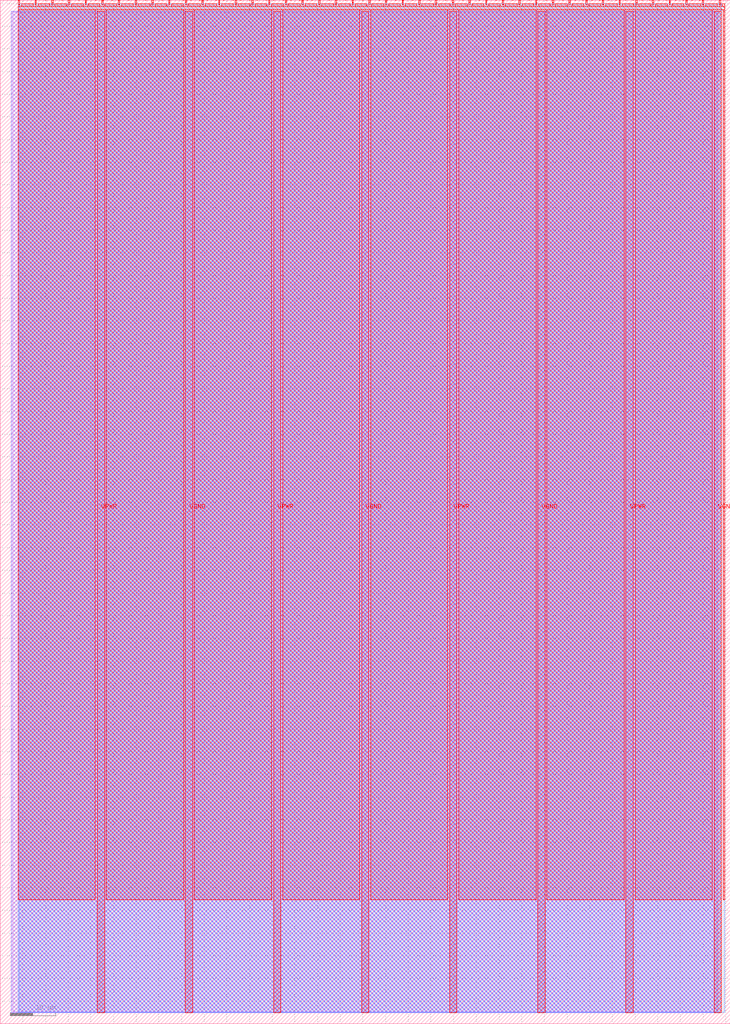
<source format=lef>
VERSION 5.7 ;
  NOWIREEXTENSIONATPIN ON ;
  DIVIDERCHAR "/" ;
  BUSBITCHARS "[]" ;
MACRO tt_um_gray_sobel
  CLASS BLOCK ;
  FOREIGN tt_um_gray_sobel ;
  ORIGIN 0.000 0.000 ;
  SIZE 161.000 BY 225.760 ;
  PIN VGND
    DIRECTION INOUT ;
    USE GROUND ;
    PORT
      LAYER met4 ;
        RECT 40.830 2.480 42.430 223.280 ;
    END
    PORT
      LAYER met4 ;
        RECT 79.700 2.480 81.300 223.280 ;
    END
    PORT
      LAYER met4 ;
        RECT 118.570 2.480 120.170 223.280 ;
    END
    PORT
      LAYER met4 ;
        RECT 157.440 2.480 159.040 223.280 ;
    END
  END VGND
  PIN VPWR
    DIRECTION INOUT ;
    USE POWER ;
    PORT
      LAYER met4 ;
        RECT 21.395 2.480 22.995 223.280 ;
    END
    PORT
      LAYER met4 ;
        RECT 60.265 2.480 61.865 223.280 ;
    END
    PORT
      LAYER met4 ;
        RECT 99.135 2.480 100.735 223.280 ;
    END
    PORT
      LAYER met4 ;
        RECT 138.005 2.480 139.605 223.280 ;
    END
  END VPWR
  PIN clk
    DIRECTION INPUT ;
    USE SIGNAL ;
    ANTENNAGATEAREA 0.852000 ;
    PORT
      LAYER met4 ;
        RECT 154.870 224.760 155.170 225.760 ;
    END
  END clk
  PIN ena
    DIRECTION INPUT ;
    USE SIGNAL ;
    ANTENNAGATEAREA 0.213000 ;
    PORT
      LAYER met4 ;
        RECT 158.550 224.760 158.850 225.760 ;
    END
  END ena
  PIN rst_n
    DIRECTION INPUT ;
    USE SIGNAL ;
    ANTENNAGATEAREA 0.196500 ;
    PORT
      LAYER met4 ;
        RECT 151.190 224.760 151.490 225.760 ;
    END
  END rst_n
  PIN ui_in[0]
    DIRECTION INPUT ;
    USE SIGNAL ;
    ANTENNAGATEAREA 0.852000 ;
    PORT
      LAYER met4 ;
        RECT 147.510 224.760 147.810 225.760 ;
    END
  END ui_in[0]
  PIN ui_in[1]
    DIRECTION INPUT ;
    USE SIGNAL ;
    ANTENNAGATEAREA 0.247500 ;
    PORT
      LAYER met4 ;
        RECT 143.830 224.760 144.130 225.760 ;
    END
  END ui_in[1]
  PIN ui_in[2]
    DIRECTION INPUT ;
    USE SIGNAL ;
    ANTENNAGATEAREA 0.213000 ;
    PORT
      LAYER met4 ;
        RECT 140.150 224.760 140.450 225.760 ;
    END
  END ui_in[2]
  PIN ui_in[3]
    DIRECTION INPUT ;
    USE SIGNAL ;
    ANTENNAGATEAREA 0.213000 ;
    PORT
      LAYER met4 ;
        RECT 136.470 224.760 136.770 225.760 ;
    END
  END ui_in[3]
  PIN ui_in[4]
    DIRECTION INPUT ;
    USE SIGNAL ;
    ANTENNAGATEAREA 0.213000 ;
    PORT
      LAYER met4 ;
        RECT 132.790 224.760 133.090 225.760 ;
    END
  END ui_in[4]
  PIN ui_in[5]
    DIRECTION INPUT ;
    USE SIGNAL ;
    ANTENNAGATEAREA 0.196500 ;
    PORT
      LAYER met4 ;
        RECT 129.110 224.760 129.410 225.760 ;
    END
  END ui_in[5]
  PIN ui_in[6]
    DIRECTION INPUT ;
    USE SIGNAL ;
    PORT
      LAYER met4 ;
        RECT 125.430 224.760 125.730 225.760 ;
    END
  END ui_in[6]
  PIN ui_in[7]
    DIRECTION INPUT ;
    USE SIGNAL ;
    PORT
      LAYER met4 ;
        RECT 121.750 224.760 122.050 225.760 ;
    END
  END ui_in[7]
  PIN uio_in[0]
    DIRECTION INPUT ;
    USE SIGNAL ;
    ANTENNAGATEAREA 0.196500 ;
    PORT
      LAYER met4 ;
        RECT 118.070 224.760 118.370 225.760 ;
    END
  END uio_in[0]
  PIN uio_in[1]
    DIRECTION INPUT ;
    USE SIGNAL ;
    ANTENNAGATEAREA 0.196500 ;
    PORT
      LAYER met4 ;
        RECT 114.390 224.760 114.690 225.760 ;
    END
  END uio_in[1]
  PIN uio_in[2]
    DIRECTION INPUT ;
    USE SIGNAL ;
    ANTENNAGATEAREA 0.196500 ;
    PORT
      LAYER met4 ;
        RECT 110.710 224.760 111.010 225.760 ;
    END
  END uio_in[2]
  PIN uio_in[3]
    DIRECTION INPUT ;
    USE SIGNAL ;
    PORT
      LAYER met4 ;
        RECT 107.030 224.760 107.330 225.760 ;
    END
  END uio_in[3]
  PIN uio_in[4]
    DIRECTION INPUT ;
    USE SIGNAL ;
    PORT
      LAYER met4 ;
        RECT 103.350 224.760 103.650 225.760 ;
    END
  END uio_in[4]
  PIN uio_in[5]
    DIRECTION INPUT ;
    USE SIGNAL ;
    PORT
      LAYER met4 ;
        RECT 99.670 224.760 99.970 225.760 ;
    END
  END uio_in[5]
  PIN uio_in[6]
    DIRECTION INPUT ;
    USE SIGNAL ;
    PORT
      LAYER met4 ;
        RECT 95.990 224.760 96.290 225.760 ;
    END
  END uio_in[6]
  PIN uio_in[7]
    DIRECTION INPUT ;
    USE SIGNAL ;
    PORT
      LAYER met4 ;
        RECT 92.310 224.760 92.610 225.760 ;
    END
  END uio_in[7]
  PIN uio_oe[0]
    DIRECTION OUTPUT TRISTATE ;
    USE SIGNAL ;
    PORT
      LAYER met4 ;
        RECT 29.750 224.760 30.050 225.760 ;
    END
  END uio_oe[0]
  PIN uio_oe[1]
    DIRECTION OUTPUT TRISTATE ;
    USE SIGNAL ;
    PORT
      LAYER met4 ;
        RECT 26.070 224.760 26.370 225.760 ;
    END
  END uio_oe[1]
  PIN uio_oe[2]
    DIRECTION OUTPUT TRISTATE ;
    USE SIGNAL ;
    PORT
      LAYER met4 ;
        RECT 22.390 224.760 22.690 225.760 ;
    END
  END uio_oe[2]
  PIN uio_oe[3]
    DIRECTION OUTPUT TRISTATE ;
    USE SIGNAL ;
    PORT
      LAYER met4 ;
        RECT 18.710 224.760 19.010 225.760 ;
    END
  END uio_oe[3]
  PIN uio_oe[4]
    DIRECTION OUTPUT TRISTATE ;
    USE SIGNAL ;
    PORT
      LAYER met4 ;
        RECT 15.030 224.760 15.330 225.760 ;
    END
  END uio_oe[4]
  PIN uio_oe[5]
    DIRECTION OUTPUT TRISTATE ;
    USE SIGNAL ;
    PORT
      LAYER met4 ;
        RECT 11.350 224.760 11.650 225.760 ;
    END
  END uio_oe[5]
  PIN uio_oe[6]
    DIRECTION OUTPUT TRISTATE ;
    USE SIGNAL ;
    PORT
      LAYER met4 ;
        RECT 7.670 224.760 7.970 225.760 ;
    END
  END uio_oe[6]
  PIN uio_oe[7]
    DIRECTION OUTPUT TRISTATE ;
    USE SIGNAL ;
    PORT
      LAYER met4 ;
        RECT 3.990 224.760 4.290 225.760 ;
    END
  END uio_oe[7]
  PIN uio_out[0]
    DIRECTION OUTPUT TRISTATE ;
    USE SIGNAL ;
    PORT
      LAYER met4 ;
        RECT 59.190 224.760 59.490 225.760 ;
    END
  END uio_out[0]
  PIN uio_out[1]
    DIRECTION OUTPUT TRISTATE ;
    USE SIGNAL ;
    PORT
      LAYER met4 ;
        RECT 55.510 224.760 55.810 225.760 ;
    END
  END uio_out[1]
  PIN uio_out[2]
    DIRECTION OUTPUT TRISTATE ;
    USE SIGNAL ;
    PORT
      LAYER met4 ;
        RECT 51.830 224.760 52.130 225.760 ;
    END
  END uio_out[2]
  PIN uio_out[3]
    DIRECTION OUTPUT TRISTATE ;
    USE SIGNAL ;
    PORT
      LAYER met4 ;
        RECT 48.150 224.760 48.450 225.760 ;
    END
  END uio_out[3]
  PIN uio_out[4]
    DIRECTION OUTPUT TRISTATE ;
    USE SIGNAL ;
    PORT
      LAYER met4 ;
        RECT 44.470 224.760 44.770 225.760 ;
    END
  END uio_out[4]
  PIN uio_out[5]
    DIRECTION OUTPUT TRISTATE ;
    USE SIGNAL ;
    PORT
      LAYER met4 ;
        RECT 40.790 224.760 41.090 225.760 ;
    END
  END uio_out[5]
  PIN uio_out[6]
    DIRECTION OUTPUT TRISTATE ;
    USE SIGNAL ;
    PORT
      LAYER met4 ;
        RECT 37.110 224.760 37.410 225.760 ;
    END
  END uio_out[6]
  PIN uio_out[7]
    DIRECTION OUTPUT TRISTATE ;
    USE SIGNAL ;
    PORT
      LAYER met4 ;
        RECT 33.430 224.760 33.730 225.760 ;
    END
  END uio_out[7]
  PIN uo_out[0]
    DIRECTION OUTPUT TRISTATE ;
    USE SIGNAL ;
    ANTENNADIFFAREA 0.795200 ;
    PORT
      LAYER met4 ;
        RECT 88.630 224.760 88.930 225.760 ;
    END
  END uo_out[0]
  PIN uo_out[1]
    DIRECTION OUTPUT TRISTATE ;
    USE SIGNAL ;
    ANTENNADIFFAREA 0.795200 ;
    PORT
      LAYER met4 ;
        RECT 84.950 224.760 85.250 225.760 ;
    END
  END uo_out[1]
  PIN uo_out[2]
    DIRECTION OUTPUT TRISTATE ;
    USE SIGNAL ;
    ANTENNADIFFAREA 0.795200 ;
    PORT
      LAYER met4 ;
        RECT 81.270 224.760 81.570 225.760 ;
    END
  END uo_out[2]
  PIN uo_out[3]
    DIRECTION OUTPUT TRISTATE ;
    USE SIGNAL ;
    ANTENNADIFFAREA 0.795200 ;
    PORT
      LAYER met4 ;
        RECT 77.590 224.760 77.890 225.760 ;
    END
  END uo_out[3]
  PIN uo_out[4]
    DIRECTION OUTPUT TRISTATE ;
    USE SIGNAL ;
    ANTENNADIFFAREA 0.795200 ;
    PORT
      LAYER met4 ;
        RECT 73.910 224.760 74.210 225.760 ;
    END
  END uo_out[4]
  PIN uo_out[5]
    DIRECTION OUTPUT TRISTATE ;
    USE SIGNAL ;
    ANTENNADIFFAREA 0.795200 ;
    PORT
      LAYER met4 ;
        RECT 70.230 224.760 70.530 225.760 ;
    END
  END uo_out[5]
  PIN uo_out[6]
    DIRECTION OUTPUT TRISTATE ;
    USE SIGNAL ;
    ANTENNADIFFAREA 0.795200 ;
    PORT
      LAYER met4 ;
        RECT 66.550 224.760 66.850 225.760 ;
    END
  END uo_out[6]
  PIN uo_out[7]
    DIRECTION OUTPUT TRISTATE ;
    USE SIGNAL ;
    ANTENNADIFFAREA 0.795200 ;
    PORT
      LAYER met4 ;
        RECT 62.870 224.760 63.170 225.760 ;
    END
  END uo_out[7]
  OBS
      LAYER li1 ;
        RECT 2.760 2.635 158.240 223.125 ;
      LAYER met1 ;
        RECT 2.460 2.480 159.040 223.280 ;
      LAYER met2 ;
        RECT 4.230 2.535 159.010 224.925 ;
      LAYER met3 ;
        RECT 3.950 2.555 159.810 224.905 ;
      LAYER met4 ;
        RECT 4.690 224.360 7.270 224.905 ;
        RECT 8.370 224.360 10.950 224.905 ;
        RECT 12.050 224.360 14.630 224.905 ;
        RECT 15.730 224.360 18.310 224.905 ;
        RECT 19.410 224.360 21.990 224.905 ;
        RECT 23.090 224.360 25.670 224.905 ;
        RECT 26.770 224.360 29.350 224.905 ;
        RECT 30.450 224.360 33.030 224.905 ;
        RECT 34.130 224.360 36.710 224.905 ;
        RECT 37.810 224.360 40.390 224.905 ;
        RECT 41.490 224.360 44.070 224.905 ;
        RECT 45.170 224.360 47.750 224.905 ;
        RECT 48.850 224.360 51.430 224.905 ;
        RECT 52.530 224.360 55.110 224.905 ;
        RECT 56.210 224.360 58.790 224.905 ;
        RECT 59.890 224.360 62.470 224.905 ;
        RECT 63.570 224.360 66.150 224.905 ;
        RECT 67.250 224.360 69.830 224.905 ;
        RECT 70.930 224.360 73.510 224.905 ;
        RECT 74.610 224.360 77.190 224.905 ;
        RECT 78.290 224.360 80.870 224.905 ;
        RECT 81.970 224.360 84.550 224.905 ;
        RECT 85.650 224.360 88.230 224.905 ;
        RECT 89.330 224.360 91.910 224.905 ;
        RECT 93.010 224.360 95.590 224.905 ;
        RECT 96.690 224.360 99.270 224.905 ;
        RECT 100.370 224.360 102.950 224.905 ;
        RECT 104.050 224.360 106.630 224.905 ;
        RECT 107.730 224.360 110.310 224.905 ;
        RECT 111.410 224.360 113.990 224.905 ;
        RECT 115.090 224.360 117.670 224.905 ;
        RECT 118.770 224.360 121.350 224.905 ;
        RECT 122.450 224.360 125.030 224.905 ;
        RECT 126.130 224.360 128.710 224.905 ;
        RECT 129.810 224.360 132.390 224.905 ;
        RECT 133.490 224.360 136.070 224.905 ;
        RECT 137.170 224.360 139.750 224.905 ;
        RECT 140.850 224.360 143.430 224.905 ;
        RECT 144.530 224.360 147.110 224.905 ;
        RECT 148.210 224.360 150.790 224.905 ;
        RECT 151.890 224.360 154.470 224.905 ;
        RECT 155.570 224.360 158.150 224.905 ;
        RECT 159.250 224.360 159.785 224.905 ;
        RECT 3.975 223.680 159.785 224.360 ;
        RECT 3.975 27.375 20.995 223.680 ;
        RECT 23.395 27.375 40.430 223.680 ;
        RECT 42.830 27.375 59.865 223.680 ;
        RECT 62.265 27.375 79.300 223.680 ;
        RECT 81.700 27.375 98.735 223.680 ;
        RECT 101.135 27.375 118.170 223.680 ;
        RECT 120.570 27.375 137.605 223.680 ;
        RECT 140.005 27.375 157.040 223.680 ;
        RECT 159.440 27.375 159.785 223.680 ;
  END
END tt_um_gray_sobel
END LIBRARY


</source>
